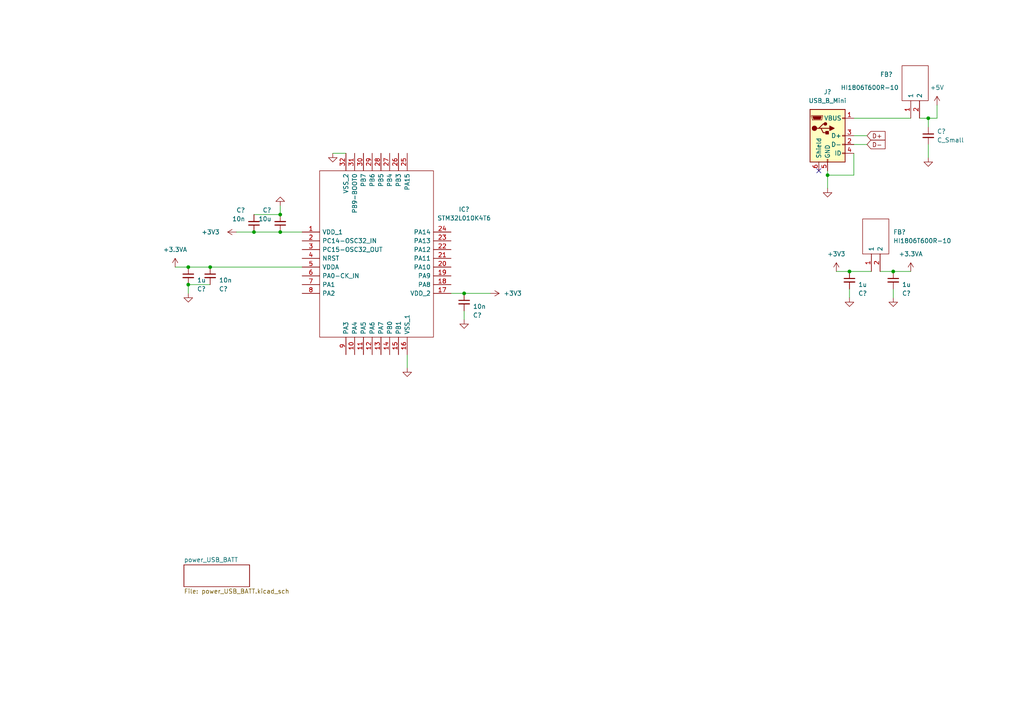
<source format=kicad_sch>
(kicad_sch (version 20211123) (generator eeschema)
  (paper "A4")
  (lib_symbols
    (symbol "Connector:USB_B_Mini" (pin_names (offset 1.016))
      (property "Reference" "J" (at -5.08 11.43 0))
      (property "Value" "USB_B_Mini" (at -5.08 8.89 0))
      (symbol "USB_B_Mini_0_1"
        (rectangle (start -5.08 -7.62) (end 5.08 7.62) (stroke (width 0.254)) (fill (type background)))
        (circle (center -3.81 2.159) (radius 0.635) (stroke (width 0.254)) (fill (type outline)))
        (circle (center -0.635 3.429) (radius 0.381) (stroke (width 0.254)) (fill (type outline)))
        (rectangle (start -0.127 -7.62) (end 0.127 -6.858))
        (polyline (pts (xy -1.905 2.159) (xy 0.635 2.159)) (stroke (width 0.254)))
        (polyline (pts (xy -3.175 2.159) (xy -2.54 2.159) (xy -1.27 3.429) (xy -0.635 3.429)) (stroke (width 0.254)))
        (polyline (pts (xy -2.54 2.159) (xy -1.905 2.159) (xy -1.27 0.889) (xy 0 0.889)) (stroke (width 0.254)))
        (polyline (pts (xy 0.635 2.794) (xy 0.635 1.524) (xy 1.905 2.159) (xy 0.635 2.794)) (stroke (width 0.254)) (fill (type outline)))
        (polyline (pts (xy -4.318 5.588) (xy -1.778 5.588) (xy -2.032 4.826) (xy -4.064 4.826) (xy -4.318 5.588)) (fill (type outline)))
        (polyline (pts (xy -4.699 5.842) (xy -4.699 5.588) (xy -4.445 4.826) (xy -4.445 4.572) (xy -1.651 4.572) (xy -1.651 4.826) (xy -1.397 5.588) (xy -1.397 5.842) (xy -4.699 5.842)))
        (rectangle (start 0.254 1.27) (end -0.508 0.508) (stroke (width 0.254)) (fill (type outline)))
        (rectangle (start 5.08 -5.207) (end 4.318 -4.953))
        (rectangle (start 5.08 -2.667) (end 4.318 -2.413))
        (rectangle (start 5.08 -0.127) (end 4.318 0.127))
        (rectangle (start 5.08 4.953) (end 4.318 5.207))
      )
      (symbol "USB_B_Mini_1_1"
        (pin power_out line (at 7.62 5.08 180) (length 2.54) (name "VBUS") (number "1"))
        (pin bidirectional line (at 7.62 -2.54 180) (length 2.54) (name "D-") (number "2"))
        (pin bidirectional line (at 7.62 0 180) (length 2.54) (name "D+") (number "3"))
        (pin passive line (at 7.62 -5.08 180) (length 2.54) (name "ID") (number "4"))
        (pin power_out line (at 0 -10.16 90) (length 2.54) (name "GND") (number "5"))
        (pin passive line (at -2.54 -10.16 90) (length 2.54) (name "Shield") (number "6"))
      )
    )
    (symbol "Device:C_Small" (pin_numbers hide) (pin_names (offset 0.254) hide)
      (property "Reference" "C" (at 0.254 1.778 0))
      (property "Value" "C_Small" (at 0.254 -2.032 0))
      (symbol "C_Small_0_1"
        (polyline (pts (xy -1.524 -0.508) (xy 1.524 -0.508)) (stroke (width 0.3302)))
        (polyline (pts (xy -1.524 0.508) (xy 1.524 0.508)) (stroke (width 0.3048)))
      )
      (symbol "C_Small_1_1"
        (pin passive line (at 0 2.54 270) (length 2.032) (name "~") (number "1"))
        (pin passive line (at 0 -2.54 90) (length 2.032) (name "~") (number "2"))
      )
    )
    (symbol "SamacSys_Parts:HI1806T600R-10" (pin_names (offset 0.762))
      (property "Reference" "FB" (at 16.51 7.62 0))
      (property "Value" "HI1806T600R-10" (at 16.51 5.08 0))
      (symbol "HI1806T600R-10_0_0"
        (pin passive line (at 0 0 0) (length 5.08) (name "1") (number "1"))
        (pin passive line (at 0 -2.54 0) (length 5.08) (name "2") (number "2"))
      )
      (symbol "HI1806T600R-10_0_1"
        (polyline (pts (xy 5.08 2.54) (xy 15.24 2.54) (xy 15.24 -5.08) (xy 5.08 -5.08) (xy 5.08 2.54)) (stroke (width 0.1524)))
      )
    )
    (symbol "SamacSys_Parts:STM32L010K4T6" (pin_names (offset 0.762))
      (property "Reference" "IC" (at 39.37 22.86 0))
      (property "Value" "STM32L010K4T6" (at 39.37 20.32 0))
      (symbol "STM32L010K4T6_0_0"
        (pin passive line (at 0 0 0) (length 5.08) (name "VDD_1") (number "1"))
        (pin passive line (at 15.24 -35.56 90) (length 5.08) (name "PA4") (number "10"))
        (pin passive line (at 17.78 -35.56 90) (length 5.08) (name "PA5") (number "11"))
        (pin passive line (at 20.32 -35.56 90) (length 5.08) (name "PA6") (number "12"))
        (pin passive line (at 22.86 -35.56 90) (length 5.08) (name "PA7") (number "13"))
        (pin passive line (at 25.4 -35.56 90) (length 5.08) (name "PB0") (number "14"))
        (pin passive line (at 27.94 -35.56 90) (length 5.08) (name "PB1") (number "15"))
        (pin passive line (at 30.48 -35.56 90) (length 5.08) (name "VSS_1") (number "16"))
        (pin passive line (at 43.18 -17.78 180) (length 5.08) (name "VDD_2") (number "17"))
        (pin passive line (at 43.18 -15.24 180) (length 5.08) (name "PA8") (number "18"))
        (pin passive line (at 43.18 -12.7 180) (length 5.08) (name "PA9") (number "19"))
        (pin passive line (at 0 -2.54 0) (length 5.08) (name "PC14-OSC32_IN") (number "2"))
        (pin passive line (at 43.18 -10.16 180) (length 5.08) (name "PA10") (number "20"))
        (pin passive line (at 43.18 -7.62 180) (length 5.08) (name "PA11") (number "21"))
        (pin passive line (at 43.18 -5.08 180) (length 5.08) (name "PA12") (number "22"))
        (pin passive line (at 43.18 -2.54 180) (length 5.08) (name "PA13") (number "23"))
        (pin passive line (at 43.18 0 180) (length 5.08) (name "PA14") (number "24"))
        (pin passive line (at 30.48 22.86 270) (length 5.08) (name "PA15") (number "25"))
        (pin passive line (at 27.94 22.86 270) (length 5.08) (name "PB3") (number "26"))
        (pin passive line (at 25.4 22.86 270) (length 5.08) (name "PB4") (number "27"))
        (pin passive line (at 22.86 22.86 270) (length 5.08) (name "PB5") (number "28"))
        (pin passive line (at 20.32 22.86 270) (length 5.08) (name "PB6") (number "29"))
        (pin passive line (at 0 -5.08 0) (length 5.08) (name "PC15-OSC32_OUT") (number "3"))
        (pin passive line (at 17.78 22.86 270) (length 5.08) (name "PB7") (number "30"))
        (pin passive line (at 15.24 22.86 270) (length 5.08) (name "PB9-BOOT0") (number "31"))
        (pin passive line (at 12.7 22.86 270) (length 5.08) (name "VSS_2") (number "32"))
        (pin passive line (at 0 -7.62 0) (length 5.08) (name "NRST") (number "4"))
        (pin passive line (at 0 -10.16 0) (length 5.08) (name "VDDA") (number "5"))
        (pin passive line (at 0 -12.7 0) (length 5.08) (name "PA0-CK_IN") (number "6"))
        (pin passive line (at 0 -15.24 0) (length 5.08) (name "PA1") (number "7"))
        (pin passive line (at 0 -17.78 0) (length 5.08) (name "PA2") (number "8"))
        (pin passive line (at 12.7 -35.56 90) (length 5.08) (name "PA3") (number "9"))
      )
      (symbol "STM32L010K4T6_0_1"
        (polyline (pts (xy 5.08 17.78) (xy 38.1 17.78) (xy 38.1 -30.48) (xy 5.08 -30.48) (xy 5.08 17.78)) (stroke (width 0.1524)))
      )
    )
    (symbol "power:+3.3V" (power) (pin_names (offset 0))
      (property "Value" "+3.3V" (at 0 3.556 0))
      (symbol "+3.3V_0_1"
        (polyline (pts (xy -0.762 1.27) (xy 0 2.54)))
        (polyline (pts (xy 0 0) (xy 0 2.54)))
        (polyline (pts (xy 0 2.54) (xy 0.762 1.27)))
      )
      (symbol "+3.3V_1_1"
        (pin power_in line (at 0 0 90) (length 0) hide (name "+3V3") (number "1"))
      )
    )
    (symbol "power:+3.3VA" (power) (pin_names (offset 0))
      (property "Value" "+3.3VA" (at 0 3.556 0))
      (symbol "+3.3VA_0_1"
        (polyline (pts (xy -0.762 1.27) (xy 0 2.54)))
        (polyline (pts (xy 0 0) (xy 0 2.54)))
        (polyline (pts (xy 0 2.54) (xy 0.762 1.27)))
      )
      (symbol "+3.3VA_1_1"
        (pin power_in line (at 0 0 90) (length 0) hide (name "+3.3VA") (number "1"))
      )
    )
    (symbol "power:+5V" (power) (pin_names (offset 0))
      (property "Value" "+5V" (at 0 3.556 0))
      (symbol "+5V_0_1"
        (polyline (pts (xy -0.762 1.27) (xy 0 2.54)))
        (polyline (pts (xy 0 0) (xy 0 2.54)))
        (polyline (pts (xy 0 2.54) (xy 0.762 1.27)))
      )
      (symbol "+5V_1_1"
        (pin power_in line (at 0 0 90) (length 0) hide (name "+5V") (number "1"))
      )
    )
    (symbol "power:GND" (power) (pin_names (offset 0))
      (property "Value" "GND" (at 0 -3.81 0))
      (symbol "GND_0_1"
        (polyline (pts (xy 0 0) (xy 0 -1.27) (xy 1.27 -1.27) (xy 0 -2.54) (xy -1.27 -1.27) (xy 0 -1.27)))
      )
      (symbol "GND_1_1"
        (pin power_in line (at 0 0 270) (length 0) hide (name "GND") (number "1"))
      )
    )
  )
  (junction (at 81.28 62.23))
  (junction (at 134.62 85.09))
  (junction (at 240.03 50.8))
  (junction (at 73.66 67.31))
  (junction (at 54.61 77.47))
  (junction (at 54.61 82.55))
  (junction (at 60.96 77.47))
  (junction (at 269.24 34.29))
  (junction (at 259.08 78.74))
  (junction (at 81.28 67.31))
  (junction (at 246.38 78.74))
  (no_connect (at 237.49 49.53))
  (wire (pts (xy 130.81 85.09) (xy 134.62 85.09)))
  (wire (pts (xy 96.52 44.45) (xy 100.33 44.45)))
  (wire (pts (xy 255.27 78.74) (xy 259.08 78.74)))
  (wire (pts (xy 134.62 90.17) (xy 134.62 92.71)))
  (wire (pts (xy 247.65 41.91) (xy 251.46 41.91)))
  (wire (pts (xy 134.62 85.09) (xy 142.24 85.09)))
  (wire (pts (xy 240.03 50.8) (xy 240.03 49.53)))
  (wire (pts (xy 266.7 34.29) (xy 269.24 34.29)))
  (wire (pts (xy 247.65 44.45) (xy 247.65 50.8)))
  (wire (pts (xy 247.65 50.8) (xy 240.03 50.8)))
  (wire (pts (xy 54.61 82.55) (xy 60.96 82.55)))
  (wire (pts (xy 73.66 62.23) (xy 81.28 62.23)))
  (wire (pts (xy 259.08 83.82) (xy 259.08 86.36)))
  (wire (pts (xy 68.58 67.31) (xy 73.66 67.31)))
  (wire (pts (xy 271.78 30.48) (xy 271.78 34.29)))
  (wire (pts (xy 259.08 78.74) (xy 264.16 78.74)))
  (wire (pts (xy 118.11 102.87) (xy 118.11 106.68)))
  (wire (pts (xy 81.28 62.23) (xy 81.28 59.69)))
  (wire (pts (xy 60.96 77.47) (xy 87.63 77.47)))
  (wire (pts (xy 242.57 78.74) (xy 246.38 78.74)))
  (wire (pts (xy 73.66 67.31) (xy 81.28 67.31)))
  (wire (pts (xy 246.38 78.74) (xy 252.73 78.74)))
  (wire (pts (xy 269.24 34.29) (xy 269.24 36.83)))
  (wire (pts (xy 269.24 45.72) (xy 269.24 41.91)))
  (wire (pts (xy 247.65 39.37) (xy 251.46 39.37)))
  (wire (pts (xy 54.61 82.55) (xy 54.61 85.09)))
  (wire (pts (xy 269.24 34.29) (xy 271.78 34.29)))
  (wire (pts (xy 240.03 54.61) (xy 240.03 50.8)))
  (wire (pts (xy 246.38 83.82) (xy 246.38 86.36)))
  (wire (pts (xy 50.8 77.47) (xy 54.61 77.47)))
  (wire (pts (xy 81.28 67.31) (xy 87.63 67.31)))
  (wire (pts (xy 247.65 34.29) (xy 264.16 34.29)))
  (wire (pts (xy 54.61 77.47) (xy 60.96 77.47)))
  (global_label "D-" (shape input) (at 251.46 41.91 0) (property "Intersheet References" "${INTERSHEET_REFS}" (effects hide)))
  (global_label "D+" (shape input) (at 251.46 39.37 0) (property "Intersheet References" "${INTERSHEET_REFS}" (effects hide)))
  (symbol (lib_id "power:GND") (at 269.24 45.72 0) (unit 1)
    (property "Reference" "#PWR?" (effects hide))
    (property "Value" "GND" (effects hide))
  )
  (symbol (lib_id "SamacSys_Parts:STM32L010K4T6") (at 87.63 67.31 0) (unit 1)
    (property "Reference" "IC?" (at 134.62 60.7312 0))
    (property "Value" "STM32L010K4T6" (at 134.62 63.2712 0))
    (property "Footprint" "QFP80P900X900X160-32N" (effects hide))
    (property "Datasheet" "https://www.st.com/resource/en/datasheet/stm32l010k4.pdf" (effects hide))
    (property "Description" "STMICROELECTRONICS - STM32L010K4T6 - MCU, 32BIT, 32MHZ, LQFP-32" (effects hide))
    (property "Height" "1.6" (effects hide))
    (property "Mouser Part Number" "511-STM32L010K4T6" (effects hide))
    (property "Mouser Price/Stock" "https://www.mouser.co.uk/ProductDetail/STMicroelectronics/STM32L010K4T6?qs=PqoDHHvF64%252BA8yN3WOJbRw%3D%3D" (effects hide))
    (property "Manufacturer_Name" "STMicroelectronics" (effects hide))
    (property "Manufacturer_Part_Number" "STM32L010K4T6" (effects hide))
  )
  (symbol (lib_id "Connector:USB_B_Mini") (at 240.03 39.37 0) (unit 1)
    (property "Reference" "J?" (at 240.03 26.67 0))
    (property "Value" "USB_B_Mini" (at 240.03 29.21 0))
  )
  (symbol (lib_id "power:+3.3V") (at 142.24 85.09 270) (unit 1)
    (property "Reference" "#PWR?" (effects hide))
    (property "Value" "+3.3V" (at 146.05 85.0899 90) (effects (justify left)))
  )
  (symbol (lib_id "power:GND") (at 118.11 106.68 0) (unit 1)
    (property "Reference" "#PWR?" (effects hide))
    (property "Value" "GND" (effects hide))
  )
  (symbol (lib_id "power:+3.3V") (at 68.58 67.31 90) (unit 1)
    (property "Reference" "#PWR?" (effects hide))
    (property "Value" "+3.3V" (at 58.42 67.31 90) (effects (justify right)))
  )
  (symbol (lib_id "power:GND") (at 54.61 85.09 0) (unit 1)
    (property "Reference" "#PWR?" (effects hide))
    (property "Value" "GND" (effects hide))
  )
  (symbol (lib_id "Device:C_Small") (at 134.62 87.63 0) (unit 1)
    (property "Reference" "C?" (at 137.16 91.44 0) (effects (justify left)))
    (property "Value" "10n" (at 137.16 88.9 0) (effects (justify left)))
  )
  (symbol (lib_id "Device:C_Small") (at 60.96 80.01 0) (unit 1)
    (property "Reference" "C?" (at 63.5 83.82 0) (effects (justify left)))
    (property "Value" "10n" (at 63.5 81.28 0) (effects (justify left)))
  )
  (symbol (lib_id "power:GND") (at 240.03 54.61 0) (unit 1)
    (property "Reference" "#PWR?" (effects hide))
    (property "Value" "GND" (effects hide))
  )
  (symbol (lib_id "SamacSys_Parts:HI1806T600R-10") (at 264.16 34.29 90) (unit 1)
    (property "Reference" "FB?" (at 255.27 21.59 90) (effects (justify right)))
    (property "Value" "HI1806T600R-10" (at 243.84 25.4 90) (effects (justify right)))
    (property "Footprint" "BEADC4516X185N" (effects hide))
    (property "Datasheet" "https://componentsearchengine.com/Datasheets/2/HI1806T600R-10.pdf" (effects hide))
    (property "Description" "FERRITE BEAD 60 OHM 1806 1LN" (effects hide))
    (property "Height" "1.85" (effects hide))
    (property "Mouser Part Number" "875-HI1806T600R-10" (effects hide))
    (property "Mouser Price/Stock" "https://www.mouser.com/Search/Refine.aspx?Keyword=875-HI1806T600R-10" (effects hide))
    (property "Manufacturer_Name" "Laird Technologies" (effects hide))
    (property "Manufacturer_Part_Number" "HI1806T600R-10" (effects hide))
  )
  (symbol (lib_id "power:GND") (at 96.52 44.45 0) (unit 1)
    (property "Reference" "#PWR?" (effects hide))
    (property "Value" "GND" (effects hide))
  )
  (symbol (lib_id "Device:C_Small") (at 54.61 80.01 0) (unit 1)
    (property "Reference" "C?" (at 57.15 83.82 0) (effects (justify left)))
    (property "Value" "1u" (at 57.15 81.28 0) (effects (justify left)))
  )
  (symbol (lib_id "power:GND") (at 81.28 59.69 180) (unit 1)
    (property "Reference" "#PWR?" (effects hide))
    (property "Value" "GND" (effects hide))
  )
  (symbol (lib_id "Device:C_Small") (at 269.24 39.37 0) (unit 1)
    (property "Reference" "C?" (at 271.78 38.1062 0) (effects (justify left)))
    (property "Value" "C_Small" (at 271.78 40.64 0) (effects (justify left)))
  )
  (symbol (lib_id "power:GND") (at 134.62 92.71 0) (unit 1)
    (property "Reference" "#PWR?" (effects hide))
    (property "Value" "GND" (effects hide))
  )
  (symbol (lib_id "power:+3.3VA") (at 264.16 78.74 0) (unit 1)
    (property "Reference" "#PWR?" (effects hide))
    (property "Value" "+3.3VA" (at 264.16 73.66 0))
  )
  (symbol (lib_id "SamacSys_Parts:HI1806T600R-10") (at 252.73 78.74 90) (unit 1)
    (property "Reference" "FB?" (at 259.08 67.3099 90) (effects (justify right)))
    (property "Value" "HI1806T600R-10" (at 259.08 69.8499 90) (effects (justify right)))
    (property "Footprint" "BEADC4516X185N" (effects hide))
    (property "Datasheet" "https://componentsearchengine.com/Datasheets/2/HI1806T600R-10.pdf" (effects hide))
    (property "Description" "FERRITE BEAD 60 OHM 1806 1LN" (effects hide))
    (property "Height" "1.85" (effects hide))
    (property "Mouser Part Number" "875-HI1806T600R-10" (effects hide))
    (property "Mouser Price/Stock" "https://www.mouser.com/Search/Refine.aspx?Keyword=875-HI1806T600R-10" (effects hide))
    (property "Manufacturer_Name" "Laird Technologies" (effects hide))
    (property "Manufacturer_Part_Number" "HI1806T600R-10" (effects hide))
  )
  (symbol (lib_id "power:GND") (at 259.08 86.36 0) (unit 1)
    (property "Reference" "#PWR?" (effects hide))
    (property "Value" "GND" (effects hide))
  )
  (symbol (lib_id "Device:C_Small") (at 73.66 64.77 180) (unit 1)
    (property "Reference" "C?" (at 71.12 60.96 0) (effects (justify left)))
    (property "Value" "10n" (at 71.12 63.5 0) (effects (justify left)))
  )
  (symbol (lib_id "power:+3.3VA") (at 50.8 77.47 0) (unit 1)
    (property "Reference" "#PWR?" (effects hide))
    (property "Value" "+3.3VA" (at 50.8 72.39 0))
  )
  (symbol (lib_id "Device:C_Small") (at 246.38 81.28 0) (unit 1)
    (property "Reference" "C?" (at 248.92 85.09 0) (effects (justify left)))
    (property "Value" "1u" (at 248.92 82.55 0) (effects (justify left)))
  )
  (symbol (lib_id "power:+3.3V") (at 242.57 78.74 0) (unit 1)
    (property "Reference" "#PWR?" (effects hide))
    (property "Value" "+3.3V" (at 242.57 73.66 0))
  )
  (symbol (lib_id "power:+5V") (at 271.78 30.48 0) (unit 1)
    (property "Reference" "#PWR?" (effects hide))
    (property "Value" "+5V" (at 271.78 25.4 0))
  )
  (symbol (lib_id "power:GND") (at 246.38 86.36 0) (unit 1)
    (property "Reference" "#PWR?" (effects hide))
    (property "Value" "GND" (effects hide))
  )
  (symbol (lib_id "Device:C_Small") (at 81.28 64.77 180) (unit 1)
    (property "Reference" "C?" (at 78.74 60.96 0) (effects (justify left)))
    (property "Value" "10u" (at 78.74 63.5 0) (effects (justify left)))
  )
  (symbol (lib_id "Device:C_Small") (at 259.08 81.28 0) (unit 1)
    (property "Reference" "C?" (at 261.62 85.09 0) (effects (justify left)))
    (property "Value" "1u" (at 261.62 82.55 0) (effects (justify left)))
  )
  (sheet (at 53.34 163.83) (size 19.05 6.35) (stroke (width 0.1524))
    (property "Sheet name" "power_USB_BATT" (at 53.34 163.1184 0) (effects (justify left bottom)))
    (property "Sheet file" "power_USB_BATT.kicad_sch" (at 53.34 170.7646 0) (effects (justify left top)))
  )
)
</source>
